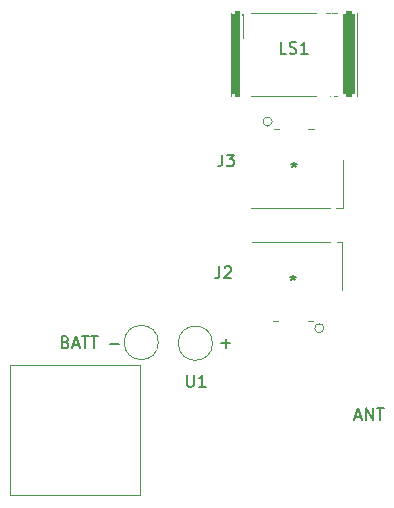
<source format=gto>
%TF.GenerationSoftware,KiCad,Pcbnew,(6.0.6-0)*%
%TF.CreationDate,2022-07-01T12:28:57+02:00*%
%TF.ProjectId,leo_headphones,6c656f5f-6865-4616-9470-686f6e65732e,rev?*%
%TF.SameCoordinates,Original*%
%TF.FileFunction,Legend,Top*%
%TF.FilePolarity,Positive*%
%FSLAX46Y46*%
G04 Gerber Fmt 4.6, Leading zero omitted, Abs format (unit mm)*
G04 Created by KiCad (PCBNEW (6.0.6-0)) date 2022-07-01 12:28:57*
%MOMM*%
%LPD*%
G01*
G04 APERTURE LIST*
G04 Aperture macros list*
%AMRoundRect*
0 Rectangle with rounded corners*
0 $1 Rounding radius*
0 $2 $3 $4 $5 $6 $7 $8 $9 X,Y pos of 4 corners*
0 Add a 4 corners polygon primitive as box body*
4,1,4,$2,$3,$4,$5,$6,$7,$8,$9,$2,$3,0*
0 Add four circle primitives for the rounded corners*
1,1,$1+$1,$2,$3*
1,1,$1+$1,$4,$5*
1,1,$1+$1,$6,$7*
1,1,$1+$1,$8,$9*
0 Add four rect primitives between the rounded corners*
20,1,$1+$1,$2,$3,$4,$5,0*
20,1,$1+$1,$4,$5,$6,$7,0*
20,1,$1+$1,$6,$7,$8,$9,0*
20,1,$1+$1,$8,$9,$2,$3,0*%
%AMFreePoly0*
4,1,57,1.876963,1.187756,1.892802,1.187756,1.905616,1.178446,1.920679,1.173552,1.929989,1.160739,1.942802,1.151429,1.947696,1.136366,1.957006,1.123552,1.957006,1.107713,1.961900,1.092650,1.961900,-1.992650,1.957006,-2.007713,1.957006,-2.023552,1.947696,-2.036366,1.942802,-2.051429,1.929989,-2.060739,1.920679,-2.073552,1.905616,-2.078446,1.892802,-2.087756,1.876963,-2.087756,
1.861900,-2.092650,0.541900,-2.092650,0.526837,-2.087756,0.510998,-2.087756,0.498184,-2.078446,0.483121,-2.073552,0.473811,-2.060739,0.460998,-2.051429,0.456104,-2.036366,0.446794,-2.023552,0.446794,-2.007713,0.441900,-1.992650,0.441900,-1.192650,-0.541900,-1.192650,-0.556963,-1.187756,-0.572802,-1.187756,-0.585616,-1.178446,-0.600679,-1.173552,-0.609989,-1.160739,-0.622802,-1.151429,
-0.627696,-1.136366,-0.637006,-1.123552,-0.637006,-1.107713,-0.641900,-1.092650,-0.641900,1.092650,-0.637006,1.107713,-0.637006,1.123552,-0.627696,1.136366,-0.622802,1.151429,-0.609989,1.160739,-0.600679,1.173552,-0.585616,1.178446,-0.572802,1.187756,-0.556963,1.187756,-0.541900,1.192650,1.861900,1.192650,1.876963,1.187756,1.876963,1.187756,$1*%
%AMFreePoly1*
4,1,57,1.208863,1.200006,1.224702,1.200006,1.237516,1.190696,1.252579,1.185802,1.261889,1.172989,1.274702,1.163679,1.279596,1.148616,1.288906,1.135802,1.288906,1.119963,1.293800,1.104900,1.293800,-1.110400,1.288906,-1.125463,1.288906,-1.141302,1.279596,-1.154116,1.274702,-1.169179,1.261889,-1.178489,1.252579,-1.191302,1.237516,-1.196196,1.224702,-1.205506,1.208863,-1.205506,
1.193800,-1.210400,0.260000,-1.210400,0.260000,-2.000400,0.255106,-2.015463,0.255106,-2.031302,0.245796,-2.044116,0.240902,-2.059179,0.228089,-2.068489,0.218779,-2.081302,0.203716,-2.086196,0.190902,-2.095506,0.175063,-2.095506,0.160000,-2.100400,-1.210000,-2.100400,-1.225063,-2.095506,-1.240902,-2.095506,-1.253716,-2.086196,-1.268779,-2.081302,-1.278089,-2.068489,-1.290902,-2.059179,
-1.295796,-2.044116,-1.305106,-2.031302,-1.305106,-2.015463,-1.310000,-2.000400,-1.310000,1.104900,-1.305106,1.119963,-1.305106,1.135802,-1.295796,1.148616,-1.290902,1.163679,-1.278089,1.172989,-1.268779,1.185802,-1.253716,1.190696,-1.240902,1.200006,-1.225063,1.200006,-1.210000,1.204900,1.193800,1.204900,1.208863,1.200006,1.208863,1.200006,$1*%
G04 Aperture macros list end*
%ADD10C,0.120000*%
%ADD11C,0.150000*%
%ADD12C,0.100000*%
%ADD13C,1.000000*%
%ADD14C,2.100000*%
%ADD15C,2.500000*%
%ADD16R,0.304800X0.812800*%
%ADD17FreePoly0,0.000000*%
%ADD18FreePoly1,0.000000*%
%ADD19RoundRect,0.250000X-0.250000X-3.350000X0.250000X-3.350000X0.250000X3.350000X-0.250000X3.350000X0*%
%ADD20C,0.500000*%
%ADD21FreePoly0,180.000000*%
%ADD22FreePoly1,180.000000*%
G04 APERTURE END LIST*
D10*
X129844800Y-108610400D02*
X140843000Y-108610400D01*
X140843000Y-108610400D02*
X140843000Y-119608600D01*
X140843000Y-119608600D02*
X129844800Y-119608600D01*
X129844800Y-119608600D02*
X129844800Y-108610400D01*
D11*
X134532952Y-106633971D02*
X134675809Y-106681590D01*
X134723428Y-106729209D01*
X134771047Y-106824447D01*
X134771047Y-106967304D01*
X134723428Y-107062542D01*
X134675809Y-107110161D01*
X134580571Y-107157780D01*
X134199619Y-107157780D01*
X134199619Y-106157780D01*
X134532952Y-106157780D01*
X134628190Y-106205400D01*
X134675809Y-106253019D01*
X134723428Y-106348257D01*
X134723428Y-106443495D01*
X134675809Y-106538733D01*
X134628190Y-106586352D01*
X134532952Y-106633971D01*
X134199619Y-106633971D01*
X135152000Y-106872066D02*
X135628190Y-106872066D01*
X135056761Y-107157780D02*
X135390095Y-106157780D01*
X135723428Y-107157780D01*
X135913904Y-106157780D02*
X136485333Y-106157780D01*
X136199619Y-107157780D02*
X136199619Y-106157780D01*
X136675809Y-106157780D02*
X137247238Y-106157780D01*
X136961523Y-107157780D02*
X136961523Y-106157780D01*
X138342476Y-106776828D02*
X139104380Y-106776828D01*
X147726447Y-106751428D02*
X148488352Y-106751428D01*
X148107400Y-107132380D02*
X148107400Y-106370476D01*
%TO.C,U1*%
X144822242Y-109441303D02*
X144822242Y-110250827D01*
X144869861Y-110346065D01*
X144917480Y-110393684D01*
X145012718Y-110441303D01*
X145203194Y-110441303D01*
X145298432Y-110393684D01*
X145346051Y-110346065D01*
X145393670Y-110250827D01*
X145393670Y-109441303D01*
X146393670Y-110441303D02*
X145822242Y-110441303D01*
X146107956Y-110441303D02*
X146107956Y-109441303D01*
X146012718Y-109584161D01*
X145917480Y-109679399D01*
X145822242Y-109727018D01*
X159091289Y-112955589D02*
X159567480Y-112955589D01*
X158996051Y-113241303D02*
X159329385Y-112241303D01*
X159662718Y-113241303D01*
X159996051Y-113241303D02*
X159996051Y-112241303D01*
X160567480Y-113241303D01*
X160567480Y-112241303D01*
X160900813Y-112241303D02*
X161472242Y-112241303D01*
X161186527Y-113241303D02*
X161186527Y-112241303D01*
%TO.C,J3*%
X147799466Y-90765380D02*
X147799466Y-91479666D01*
X147751847Y-91622523D01*
X147656609Y-91717761D01*
X147513752Y-91765380D01*
X147418514Y-91765380D01*
X148180419Y-90765380D02*
X148799466Y-90765380D01*
X148466133Y-91146333D01*
X148608990Y-91146333D01*
X148704228Y-91193952D01*
X148751847Y-91241571D01*
X148799466Y-91336809D01*
X148799466Y-91574904D01*
X148751847Y-91670142D01*
X148704228Y-91717761D01*
X148608990Y-91765380D01*
X148323276Y-91765380D01*
X148228038Y-91717761D01*
X148180419Y-91670142D01*
X153873200Y-91400380D02*
X153873200Y-91638476D01*
X153635104Y-91543238D02*
X153873200Y-91638476D01*
X154111295Y-91543238D01*
X153730342Y-91828952D02*
X153873200Y-91638476D01*
X154016057Y-91828952D01*
%TO.C,LS1*%
X153217134Y-82222980D02*
X152740944Y-82222980D01*
X152740944Y-81222980D01*
X153502849Y-82175361D02*
X153645706Y-82222980D01*
X153883801Y-82222980D01*
X153979039Y-82175361D01*
X154026658Y-82127742D01*
X154074277Y-82032504D01*
X154074277Y-81937266D01*
X154026658Y-81842028D01*
X153979039Y-81794409D01*
X153883801Y-81746790D01*
X153693325Y-81699171D01*
X153598087Y-81651552D01*
X153550468Y-81603933D01*
X153502849Y-81508695D01*
X153502849Y-81413457D01*
X153550468Y-81318219D01*
X153598087Y-81270600D01*
X153693325Y-81222980D01*
X153931420Y-81222980D01*
X154074277Y-81270600D01*
X155026658Y-82222980D02*
X154455230Y-82222980D01*
X154740944Y-82222980D02*
X154740944Y-81222980D01*
X154645706Y-81365838D01*
X154550468Y-81461076D01*
X154455230Y-81508695D01*
%TO.C,J2*%
X147570866Y-100239580D02*
X147570866Y-100953866D01*
X147523247Y-101096723D01*
X147428009Y-101191961D01*
X147285152Y-101239580D01*
X147189914Y-101239580D01*
X147999438Y-100334819D02*
X148047057Y-100287200D01*
X148142295Y-100239580D01*
X148380390Y-100239580D01*
X148475628Y-100287200D01*
X148523247Y-100334819D01*
X148570866Y-100430057D01*
X148570866Y-100525295D01*
X148523247Y-100668152D01*
X147951819Y-101239580D01*
X148570866Y-101239580D01*
X153797000Y-100950780D02*
X153797000Y-101188876D01*
X153558904Y-101093638D02*
X153797000Y-101188876D01*
X154035095Y-101093638D01*
X153654142Y-101379352D02*
X153797000Y-101188876D01*
X153939857Y-101379352D01*
D10*
%TO.C,TP1*%
X146980000Y-106740000D02*
G75*
G03*
X146980000Y-106740000I-1450000J0D01*
G01*
%TO.C,TP2*%
X142400000Y-106680000D02*
G75*
G03*
X142400000Y-106680000I-1450000J0D01*
G01*
%TO.C,J3*%
X149699600Y-95275400D02*
X158046800Y-95275400D01*
X152638060Y-88620600D02*
X152191834Y-88620600D01*
X149699600Y-91235240D02*
X149699600Y-95275400D01*
X158046800Y-95275400D02*
X158046800Y-91235240D01*
X155554566Y-88620600D02*
X155108340Y-88620600D01*
X152029200Y-87973000D02*
G75*
G03*
X152029200Y-87973000I-381000J0D01*
G01*
%TO.C,LS1*%
X148534992Y-78770600D02*
X148534992Y-85770600D01*
X150209992Y-78770600D02*
X157509992Y-78770600D01*
X159184992Y-78770600D02*
X159184992Y-85770600D01*
X150209992Y-85770600D02*
X157509992Y-85770600D01*
%TO.C,J2*%
X149623400Y-98171000D02*
X149623400Y-102211160D01*
X157970600Y-98171000D02*
X149623400Y-98171000D01*
X155032140Y-104825800D02*
X155478366Y-104825800D01*
X152115634Y-104825800D02*
X152561860Y-104825800D01*
X157970600Y-102211160D02*
X157970600Y-98171000D01*
X156403000Y-105473400D02*
G75*
G03*
X156403000Y-105473400I-381000J0D01*
G01*
%TD*%
%LPC*%
%TO.C,J3*%
G36*
X151866982Y-91740711D02*
G01*
X150571582Y-91740711D01*
X150571582Y-88692711D01*
X151866982Y-88692711D01*
X151866982Y-91740711D01*
G37*
D12*
X151866982Y-91740711D02*
X150571582Y-91740711D01*
X150571582Y-88692711D01*
X151866982Y-88692711D01*
X151866982Y-91740711D01*
G36*
X157174818Y-91740711D02*
G01*
X155879418Y-91740711D01*
X155879418Y-88692711D01*
X157174818Y-88692711D01*
X157174818Y-91740711D01*
G37*
X157174818Y-91740711D02*
X155879418Y-91740711D01*
X155879418Y-88692711D01*
X157174818Y-88692711D01*
X157174818Y-91740711D01*
%TO.C,J2*%
G36*
X157098618Y-104753689D02*
G01*
X155803218Y-104753689D01*
X155803218Y-101705689D01*
X157098618Y-101705689D01*
X157098618Y-104753689D01*
G37*
X157098618Y-104753689D02*
X155803218Y-104753689D01*
X155803218Y-101705689D01*
X157098618Y-101705689D01*
X157098618Y-104753689D01*
G36*
X151790782Y-104753689D02*
G01*
X150495382Y-104753689D01*
X150495382Y-101705689D01*
X151790782Y-101705689D01*
X151790782Y-104753689D01*
G37*
X151790782Y-104753689D02*
X150495382Y-104753689D01*
X150495382Y-101705689D01*
X151790782Y-101705689D01*
X151790782Y-104753689D01*
%TD*%
D13*
%TO.C,U1*%
X160434147Y-111238923D03*
X160284147Y-119388923D03*
X159284147Y-120588923D03*
X148934147Y-119238923D03*
X147384147Y-117238923D03*
%TD*%
D14*
%TO.C,H1*%
X128524000Y-106527600D03*
%TD*%
%TO.C,H2*%
X128417320Y-120914160D03*
%TD*%
%TO.C,H3*%
X159613600Y-87426800D03*
%TD*%
%TO.C,H4*%
X148107400Y-87426800D03*
%TD*%
%TO.C,H7*%
X169468800Y-106426000D03*
%TD*%
%TO.C,H9*%
X169450000Y-120980000D03*
%TD*%
%TO.C,H10*%
X142199360Y-121000520D03*
%TD*%
D15*
%TO.C,TP1*%
X145530000Y-106740000D03*
%TD*%
%TO.C,TP2*%
X140950000Y-106680000D03*
%TD*%
D16*
%TO.C,J3*%
X153123200Y-88847600D03*
X153623199Y-88847600D03*
X154123200Y-88847600D03*
X154623200Y-88847600D03*
D17*
X150021300Y-89785350D03*
D18*
X157073200Y-89797600D03*
%TD*%
D19*
%TO.C,LS1*%
X149159992Y-82270600D03*
X158559992Y-82270600D03*
%TD*%
D20*
%TO.C,mouse-bite-2mm-slot*%
X158087500Y-95741200D03*
X157337500Y-95741200D03*
X156587500Y-95741200D03*
X157337500Y-97241200D03*
X158087500Y-97241200D03*
X156587500Y-97241200D03*
%TD*%
%TO.C,mouse-bite-2mm-slot*%
X150351300Y-97241400D03*
X151101300Y-97241400D03*
X149601300Y-95741400D03*
X151101300Y-95741400D03*
X149601300Y-97241400D03*
X150351300Y-95741400D03*
%TD*%
D16*
%TO.C,J2*%
X154547000Y-104598800D03*
X154047001Y-104598800D03*
X153547000Y-104598800D03*
X153047000Y-104598800D03*
D21*
X157648900Y-103661050D03*
D22*
X150597000Y-103648800D03*
%TD*%
M02*

</source>
